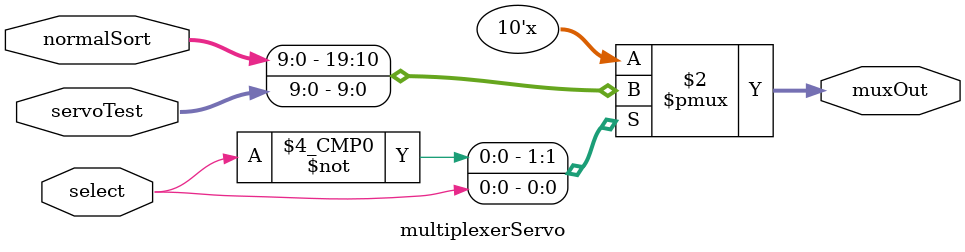
<source format=v>
module multiplexerServo(select, normalSort, servoTest, muxOut);

input [0:0] select;		//select line
input [9:0] normalSort, servoTest;	//the two options for the mux to choose from

output [9:0] muxOut;	//output

reg [9:0] muxOut;	//reg

parameter normal = 1'b0, test = 1'b1; //states

always@(select or normalSort or servoTest)
	begin
		case(select)
			normal:
				begin
				muxOut <= normalSort;	//set the output to normal mode sort
				end
			test:
				begin
				muxOut <= servoTest;	//set the output to maintenance mode which testes the servo
				end
		endcase
	end
endmodule
</source>
